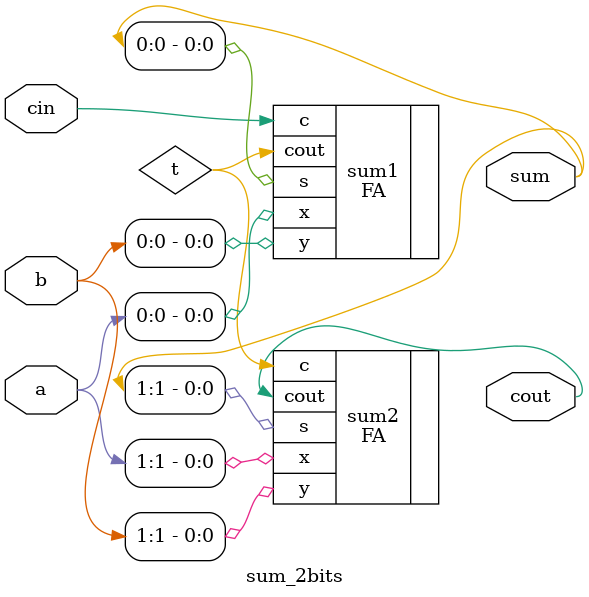
<source format=v>
`timescale 1ns / 1ps


module sum_2bits(
    input wire [1:0] a,
    input wire [1:0] b,
    input wire cin,
    output wire [1:0] sum,
    output wire cout

    );
    //asta e carry interior intre sumatoare
    wire t;
    
    FA sum1(
    .x(a[0]),
    .y(b[0]),
    .c(cin),
    .s(sum[0]),
    .cout(t)
    
    );
    FA sum2(
    .x(a[1]),
    .y(b[1]),
    .c(t),
    .s(sum[1]),
    .cout(cout)
    
    );
endmodule

</source>
